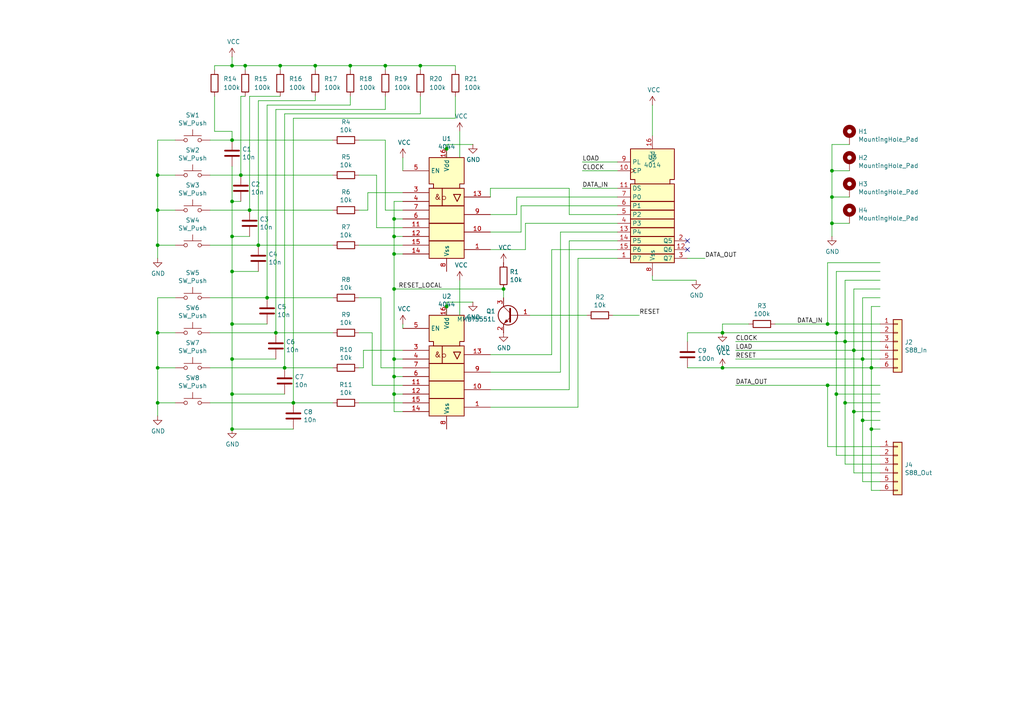
<source format=kicad_sch>
(kicad_sch (version 20250114) (generator "eeschema") (generator_version "9.0")
  (paper "A4")
  (lib_symbols
    (symbol "4xxx_IEEE:4014"
      (property "Reference" "U" (at 7.62 11.43 0))
      (property "Value" "4014" (at 7.62 -17.78 0))
      (symbol "4014_0_1"
        (rectangle (start -6.35 6.35) (end 6.35 1.27) (stroke (width 0.254)) (fill (type background)))
        (rectangle (start -6.35 1.27) (end 6.35 -1.27) (stroke (width 0.254)) (fill (type background)))
        (rectangle (start -6.35 -1.27) (end 6.35 -3.81) (stroke (width 0.254)) (fill (type background)))
        (rectangle (start -6.35 -3.81) (end 6.35 -6.35) (stroke (width 0.254)) (fill (type background)))
        (rectangle (start -6.35 -6.35) (end 6.35 -8.89) (stroke (width 0.254)) (fill (type background)))
        (rectangle (start -6.35 -8.89) (end 6.35 -11.43) (stroke (width 0.254)) (fill (type background)))
        (rectangle (start -6.35 -11.43) (end 6.35 -13.97) (stroke (width 0.254)) (fill (type background)))
        (rectangle (start -6.35 -13.97) (end 6.35 -16.51) (stroke (width 0.254)) (fill (type background)))
        (polyline (pts (xy -5.08 6.35) (xy -5.08 7.62) (xy -6.35 7.62) (xy -6.35 16.51) (xy 6.35 16.51) (xy 6.35 7.62) (xy 5.08 7.62) (xy 5.08 6.35) (xy 5.08 6.35)) (stroke (width 0.254)) (fill (type background)))
      )
      (symbol "4014_1_1"
        (pin input line (at -10.16 12.7 0) (length 3.81) (name "PL") (number "9"))
        (pin input clock (at -10.16 10.16 0) (length 3.81) (name "CP") (number "10"))
        (pin input line (at -10.16 5.08 0) (length 3.81) (name "DS") (number "11"))
        (pin input line (at -10.16 2.54 0) (length 3.81) (name "P0") (number "7"))
        (pin input line (at -10.16 0 0) (length 3.81) (name "P1") (number "6"))
        (pin input line (at -10.16 -2.54 0) (length 3.81) (name "P2") (number "5"))
        (pin input line (at -10.16 -5.08 0) (length 3.81) (name "P3") (number "4"))
        (pin input line (at -10.16 -7.62 0) (length 3.81) (name "P4") (number "13"))
        (pin input line (at -10.16 -10.16 0) (length 3.81) (name "P5") (number "14"))
        (pin input line (at -10.16 -12.7 0) (length 3.81) (name "P6") (number "15"))
        (pin input line (at -10.16 -15.24 0) (length 3.81) (name "P7") (number "1"))
        (pin power_in line (at 0 20.32 270) (length 3.81) (name "Vdd") (number "16"))
        (pin power_in line (at 0 -20.32 90) (length 3.81) (name "Vss") (number "8"))
        (pin output line (at 10.16 -10.16 180) (length 3.81) (name "Q5") (number "2"))
        (pin output line (at 10.16 -12.7 180) (length 3.81) (name "Q6") (number "12"))
        (pin output line (at 10.16 -15.24 180) (length 3.81) (name "Q7") (number "3"))
      )
    )
    (symbol "4xxx_IEEE:4044"
      (property "Reference" "U" (at 6.35 6.35 0))
      (property "Value" "4044" (at 7.62 -20.32 0))
      (symbol "4044_0_0"
        (rectangle (start -5.08 1.27) (end 5.08 -3.81) (stroke (width 0.254)) (fill (type background)))
        (rectangle (start -5.08 -3.81) (end 5.08 -8.89) (stroke (width 0.254)) (fill (type background)))
        (rectangle (start -5.08 -8.89) (end 5.08 -13.97) (stroke (width 0.254)) (fill (type background)))
        (rectangle (start -5.08 -13.97) (end 5.08 -19.05) (stroke (width 0.254)) (fill (type background)))
        (polyline (pts (xy -3.81 1.27) (xy -3.81 2.54) (xy -5.08 2.54) (xy -5.08 10.16) (xy 5.08 10.16) (xy 5.08 2.54) (xy 3.81 2.54) (xy 3.81 1.27) (xy 3.81 1.27)) (stroke (width 0.254)) (fill (type background)))
        (polyline (pts (xy -1.27 1.27) (xy -1.27 -3.81) (xy -1.27 -3.81)) (stroke (width 0.254)) (fill (type background)))
        (circle (center -0.762 -1.524) (radius 0.508))
        (polyline (pts (xy 2.032 -0.508) (xy 3.048 -2.54) (xy 4.064 -0.508) (xy 2.032 -0.508) (xy 2.032 -0.508)) (stroke (width 0.254)) (fill (type background)))
        (text "&" (at -2.54 -1.27 0) (effects (font (size 1.524 1.524))))
      )
      (symbol "4044_1_0"
        (pin input line (at -12.7 6.35 0) (length 7.62) (name "EN") (number "5"))
        (pin input line (at -12.7 0 0) (length 7.62) (name "~") (number "3"))
        (pin input line (at -12.7 -2.54 0) (length 7.62) (name "~") (number "4"))
        (pin input line (at -12.7 -5.08 0) (length 7.62) (name "~") (number "7"))
        (pin input line (at -12.7 -7.62 0) (length 7.62) (name "~") (number "6"))
        (pin input line (at -12.7 -10.16 0) (length 7.62) (name "~") (number "11"))
        (pin input line (at -12.7 -12.7 0) (length 7.62) (name "~") (number "12"))
        (pin input line (at -12.7 -15.24 0) (length 7.62) (name "~") (number "15"))
        (pin input line (at -12.7 -17.78 0) (length 7.62) (name "~") (number "14"))
        (pin power_in line (at 0 12.7 270) (length 2.54) (name "Vdd") (number "16"))
        (pin power_in line (at 0 -22.86 90) (length 3.81) (name "Vss") (number "8"))
        (pin output line (at 12.7 -1.27 180) (length 7.62) (name "~") (number "13"))
        (pin output line (at 12.7 -6.35 180) (length 7.62) (name "~") (number "9"))
        (pin output line (at 12.7 -11.43 180) (length 7.62) (name "~") (number "10"))
        (pin output line (at 12.7 -16.51 180) (length 7.62) (name "~") (number "1"))
      )
    )
    (symbol "Connector_Generic:Conn_01x06" (pin_names (offset 1.016) (hide yes))
      (property "Reference" "J" (at 0 7.62 0))
      (property "Value" "Conn_01x06" (at 0 -10.16 0))
      (symbol "Conn_01x06_1_1"
        (rectangle (start -1.27 6.35) (end 1.27 -8.89) (stroke (width 0.254)) (fill (type background)))
        (rectangle (start -1.27 5.207) (end 0 4.953) (stroke (width 0.1524)))
        (rectangle (start -1.27 2.667) (end 0 2.413) (stroke (width 0.1524)))
        (rectangle (start -1.27 0.127) (end 0 -0.127) (stroke (width 0.1524)))
        (rectangle (start -1.27 -2.413) (end 0 -2.667) (stroke (width 0.1524)))
        (rectangle (start -1.27 -4.953) (end 0 -5.207) (stroke (width 0.1524)))
        (rectangle (start -1.27 -7.493) (end 0 -7.747) (stroke (width 0.1524)))
        (pin passive line (at -5.08 5.08 0) (length 3.81) (name "Pin_1") (number "1"))
        (pin passive line (at -5.08 2.54 0) (length 3.81) (name "Pin_2") (number "2"))
        (pin passive line (at -5.08 0 0) (length 3.81) (name "Pin_3") (number "3"))
        (pin passive line (at -5.08 -2.54 0) (length 3.81) (name "Pin_4") (number "4"))
        (pin passive line (at -5.08 -5.08 0) (length 3.81) (name "Pin_5") (number "5"))
        (pin passive line (at -5.08 -7.62 0) (length 3.81) (name "Pin_6") (number "6"))
      )
    )
    (symbol "Device:C" (pin_numbers (hide yes)) (pin_names (offset 0.254))
      (property "Reference" "C" (at 0.635 2.54 0))
      (property "Value" "C" (at 0.635 -2.54 0))
      (symbol "C_0_1"
        (polyline (pts (xy -2.032 0.762) (xy 2.032 0.762)) (stroke (width 0.508)))
        (polyline (pts (xy -2.032 -0.762) (xy 2.032 -0.762)) (stroke (width 0.508)))
      )
      (symbol "C_1_1"
        (pin passive line (at 0 3.81 270) (length 2.794) (name "~") (number "1"))
        (pin passive line (at 0 -3.81 90) (length 2.794) (name "~") (number "2"))
      )
    )
    (symbol "Device:R" (pin_numbers (hide yes)) (pin_names (offset 0))
      (property "Reference" "R" (at 2.032 0 90))
      (property "Value" "R" (at 0 0 90))
      (symbol "R_0_1"
        (rectangle (start -1.016 -2.54) (end 1.016 2.54) (stroke (width 0.254)))
      )
      (symbol "R_1_1"
        (pin passive line (at 0 3.81 270) (length 1.27) (name "~") (number "1"))
        (pin passive line (at 0 -3.81 90) (length 1.27) (name "~") (number "2"))
      )
    )
    (symbol "Mechanical:MountingHole_Pad" (pin_numbers (hide yes)) (pin_names (offset 1.016) (hide yes)) (in_bom no)
      (property "Reference" "H" (at 0 6.35 0))
      (property "Value" "MountingHole_Pad" (at 0 4.445 0))
      (symbol "MountingHole_Pad_0_1"
        (circle (center 0 1.27) (radius 1.27) (stroke (width 1.27)))
      )
      (symbol "MountingHole_Pad_1_1"
        (pin input line (at 0 -2.54 90) (length 2.54) (name "1") (number "1"))
      )
    )
    (symbol "Switch:SW_Push" (pin_numbers (hide yes)) (pin_names (offset 1.016) (hide yes))
      (property "Reference" "SW" (at 1.27 2.54 0))
      (property "Value" "SW_Push" (at 0 -1.524 0))
      (symbol "SW_Push_0_1"
        (circle (center -2.032 0) (radius 0.508))
        (polyline (pts (xy 0 1.27) (xy 0 3.048)))
        (circle (center 2.032 0) (radius 0.508))
        (polyline (pts (xy 2.54 1.27) (xy -2.54 1.27)))
        (pin passive line (at -5.08 0 0) (length 2.54) (name "1") (number "1"))
        (pin passive line (at 5.08 0 180) (length 2.54) (name "2") (number "2"))
      )
    )
    (symbol "Transistor_BJT:MMBT5551L" (pin_names (offset 0) (hide yes))
      (property "Reference" "Q" (at 5.08 1.905 0))
      (property "Value" "MMBT5551L" (at 5.08 0 0))
      (symbol "MMBT5551L_0_1"
        (polyline (pts (xy -2.54 0) (xy 0.635 0)))
        (polyline (pts (xy 0.635 1.905) (xy 0.635 -1.905)) (stroke (width 0.508)))
        (circle (center 1.27 0) (radius 2.8194) (stroke (width 0.254)))
      )
      (symbol "MMBT5551L_1_1"
        (polyline (pts (xy 0.635 0.635) (xy 2.54 2.54)))
        (polyline (pts (xy 0.635 -0.635) (xy 2.54 -2.54)))
        (polyline (pts (xy 1.27 -1.778) (xy 1.778 -1.27) (xy 2.286 -2.286) (xy 1.27 -1.778)) (fill (type outline)))
        (pin input line (at -5.08 0 0) (length 2.54) (name "B") (number "1"))
        (pin passive line (at 2.54 5.08 270) (length 2.54) (name "C") (number "3"))
        (pin passive line (at 2.54 -5.08 90) (length 2.54) (name "E") (number "2"))
      )
    )
    (symbol "power:GND" (power) (pin_numbers (hide yes)) (pin_names (offset 0) (hide yes))
      (property "Value" "GND" (at 0 -3.81 0))
      (symbol "GND_0_1"
        (polyline (pts (xy 0 0) (xy 0 -1.27) (xy 1.27 -1.27) (xy 0 -2.54) (xy -1.27 -1.27) (xy 0 -1.27)))
      )
      (symbol "GND_1_1"
        (pin power_in line (at 0 0 270) (length 0) (name "~") (number "1"))
      )
    )
    (symbol "power:VCC" (power) (pin_numbers (hide yes)) (pin_names (offset 0) (hide yes))
      (property "Value" "VCC" (at 0 3.556 0))
      (symbol "VCC_0_1"
        (polyline (pts (xy -0.762 1.27) (xy 0 2.54)))
        (polyline (pts (xy 0 2.54) (xy 0.762 1.27)))
        (polyline (pts (xy 0 0) (xy 0 2.54)))
      )
      (symbol "VCC_1_1"
        (pin power_in line (at 0 0 90) (length 0) (name "~") (number "1"))
      )
    )
  )
  (junction (at 111.76 19.05))
  (junction (at 67.31 114.3))
  (junction (at 209.55 96.52))
  (junction (at 240.03 111.76))
  (junction (at 129.54 88.9))
  (junction (at 114.3 114.3))
  (junction (at 114.3 68.58))
  (junction (at 245.11 116.84))
  (junction (at 250.19 121.92))
  (junction (at 77.47 86.36))
  (junction (at 45.72 106.68))
  (junction (at 101.6 19.05))
  (junction (at 114.3 83.82))
  (junction (at 67.31 19.05))
  (junction (at 67.31 78.74))
  (junction (at 209.55 106.68))
  (junction (at 252.73 106.68))
  (junction (at 252.73 124.46))
  (junction (at 85.09 116.84))
  (junction (at 247.65 101.6))
  (junction (at 45.72 71.12))
  (junction (at 91.44 19.05))
  (junction (at 69.85 50.8))
  (junction (at 45.72 60.96))
  (junction (at 241.3 64.77))
  (junction (at 114.3 109.22))
  (junction (at 67.31 104.14))
  (junction (at 45.72 116.84))
  (junction (at 74.93 71.12))
  (junction (at 45.72 96.52))
  (junction (at 45.72 50.8))
  (junction (at 129.54 43.18))
  (junction (at 241.3 57.15))
  (junction (at 67.31 93.98))
  (junction (at 241.3 49.53))
  (junction (at 80.01 96.52))
  (junction (at 242.57 96.52))
  (junction (at 146.05 83.82))
  (junction (at 81.28 19.05))
  (junction (at 67.31 58.42))
  (junction (at 67.31 124.46))
  (junction (at 72.39 60.96))
  (junction (at 114.3 63.5))
  (junction (at 121.92 19.05))
  (junction (at 71.12 19.05))
  (junction (at 114.3 104.14))
  (junction (at 240.03 93.98))
  (junction (at 82.55 106.68))
  (junction (at 242.57 114.3))
  (junction (at 245.11 99.06))
  (junction (at 67.31 40.64))
  (junction (at 67.31 68.58))
  (junction (at 250.19 104.14))
  (junction (at 247.65 119.38))
  (junction (at 114.3 73.66))
  (no_connect (at 199.39 69.85))
  (no_connect (at 199.39 72.39))
  (wire (pts (xy 142.24 72.39) (xy 152.4 72.39)))
  (wire (pts (xy 240.03 76.2) (xy 240.03 93.98)))
  (wire (pts (xy 252.73 124.46) (xy 252.73 106.68)))
  (wire (pts (xy 45.72 96.52) (xy 45.72 86.36)))
  (wire (pts (xy 255.27 101.6) (xy 247.65 101.6)))
  (wire (pts (xy 255.27 99.06) (xy 245.11 99.06)))
  (wire (pts (xy 151.13 59.69) (xy 151.13 67.31)))
  (wire (pts (xy 133.35 91.44) (xy 133.35 81.28)))
  (wire (pts (xy 67.31 93.98) (xy 67.31 104.14)))
  (wire (pts (xy 67.31 19.05) (xy 67.31 16.51)))
  (wire (pts (xy 129.54 43.18) (xy 129.54 45.72)))
  (wire (pts (xy 142.24 118.11) (xy 167.64 118.11)))
  (wire (pts (xy 45.72 86.36) (xy 50.8 86.36)))
  (wire (pts (xy 114.3 104.14) (xy 114.3 109.22)))
  (wire (pts (xy 81.28 19.05) (xy 81.28 20.32)))
  (wire (pts (xy 114.3 114.3) (xy 114.3 119.38)))
  (wire (pts (xy 101.6 30.48) (xy 101.6 27.94)))
  (wire (pts (xy 96.52 50.8) (xy 69.85 50.8)))
  (wire (pts (xy 116.84 95.25) (xy 116.84 93.98)))
  (wire (pts (xy 69.85 27.94) (xy 69.85 50.8)))
  (wire (pts (xy 177.8 91.44) (xy 185.42 91.44)))
  (wire (pts (xy 109.22 50.8) (xy 104.14 50.8)))
  (wire (pts (xy 189.23 81.28) (xy 189.23 80.01)))
  (wire (pts (xy 165.1 113.03) (xy 165.1 69.85)))
  (wire (pts (xy 250.19 139.7) (xy 250.19 121.92)))
  (wire (pts (xy 105.41 106.68) (xy 104.14 106.68)))
  (wire (pts (xy 45.72 60.96) (xy 50.8 60.96)))
  (wire (pts (xy 62.23 19.05) (xy 67.31 19.05)))
  (wire (pts (xy 67.31 48.26) (xy 67.31 58.42)))
  (wire (pts (xy 167.64 74.93) (xy 179.07 74.93)))
  (wire (pts (xy 116.84 109.22) (xy 114.3 109.22)))
  (wire (pts (xy 255.27 121.92) (xy 250.19 121.92)))
  (wire (pts (xy 91.44 19.05) (xy 101.6 19.05)))
  (wire (pts (xy 255.27 83.82) (xy 247.65 83.82)))
  (wire (pts (xy 116.84 68.58) (xy 114.3 68.58)))
  (wire (pts (xy 149.86 57.15) (xy 149.86 62.23)))
  (wire (pts (xy 199.39 96.52) (xy 209.55 96.52)))
  (wire (pts (xy 69.85 27.94) (xy 71.12 27.94)))
  (wire (pts (xy 45.72 50.8) (xy 45.72 40.64)))
  (wire (pts (xy 62.23 38.1) (xy 62.23 27.94)))
  (wire (pts (xy 179.07 49.53) (xy 168.91 49.53)))
  (wire (pts (xy 250.19 121.92) (xy 250.19 104.14)))
  (wire (pts (xy 80.01 31.75) (xy 80.01 96.52)))
  (wire (pts (xy 72.39 27.94) (xy 72.39 60.96)))
  (wire (pts (xy 252.73 142.24) (xy 252.73 124.46)))
  (wire (pts (xy 101.6 19.05) (xy 101.6 20.32)))
  (wire (pts (xy 74.93 71.12) (xy 96.52 71.12)))
  (wire (pts (xy 247.65 83.82) (xy 247.65 101.6)))
  (wire (pts (xy 255.27 129.54) (xy 240.03 129.54)))
  (wire (pts (xy 142.24 107.95) (xy 162.56 107.95)))
  (wire (pts (xy 67.31 19.05) (xy 71.12 19.05)))
  (wire (pts (xy 151.13 59.69) (xy 179.07 59.69)))
  (wire (pts (xy 67.31 38.1) (xy 67.31 40.64)))
  (wire (pts (xy 60.96 116.84) (xy 85.09 116.84)))
  (wire (pts (xy 142.24 57.15) (xy 142.24 54.61)))
  (wire (pts (xy 45.72 96.52) (xy 50.8 96.52)))
  (wire (pts (xy 255.27 139.7) (xy 250.19 139.7)))
  (wire (pts (xy 255.27 134.62) (xy 245.11 134.62)))
  (wire (pts (xy 116.84 63.5) (xy 114.3 63.5)))
  (wire (pts (xy 60.96 96.52) (xy 80.01 96.52)))
  (wire (pts (xy 91.44 29.21) (xy 91.44 27.94)))
  (wire (pts (xy 80.01 31.75) (xy 111.76 31.75)))
  (wire (pts (xy 109.22 50.8) (xy 109.22 66.04)))
  (wire (pts (xy 137.16 41.91) (xy 129.54 41.91)))
  (wire (pts (xy 129.54 87.63) (xy 137.16 87.63)))
  (wire (pts (xy 104.14 86.36) (xy 110.49 86.36)))
  (wire (pts (xy 114.3 58.42) (xy 114.3 63.5)))
  (wire (pts (xy 67.31 40.64) (xy 96.52 40.64)))
  (wire (pts (xy 142.24 113.03) (xy 165.1 113.03)))
  (wire (pts (xy 142.24 62.23) (xy 149.86 62.23)))
  (wire (pts (xy 133.35 45.72) (xy 133.35 38.1)))
  (wire (pts (xy 165.1 62.23) (xy 179.07 62.23)))
  (wire (pts (xy 245.11 134.62) (xy 245.11 116.84)))
  (wire (pts (xy 72.39 68.58) (xy 67.31 68.58)))
  (wire (pts (xy 67.31 78.74) (xy 67.31 93.98)))
  (wire (pts (xy 146.05 83.82) (xy 114.3 83.82)))
  (wire (pts (xy 245.11 81.28) (xy 245.11 99.06)))
  (wire (pts (xy 77.47 86.36) (xy 96.52 86.36)))
  (wire (pts (xy 81.28 19.05) (xy 91.44 19.05)))
  (wire (pts (xy 246.38 49.53) (xy 241.3 49.53)))
  (wire (pts (xy 67.31 68.58) (xy 67.31 78.74)))
  (wire (pts (xy 165.1 54.61) (xy 165.1 62.23)))
  (wire (pts (xy 132.08 34.29) (xy 132.08 27.94)))
  (wire (pts (xy 105.41 106.68) (xy 105.41 101.6)))
  (wire (pts (xy 62.23 20.32) (xy 62.23 19.05)))
  (wire (pts (xy 67.31 58.42) (xy 67.31 68.58)))
  (wire (pts (xy 153.67 91.44) (xy 170.18 91.44)))
  (wire (pts (xy 199.39 74.93) (xy 204.47 74.93)))
  (wire (pts (xy 60.96 60.96) (xy 72.39 60.96)))
  (wire (pts (xy 255.27 119.38) (xy 247.65 119.38)))
  (wire (pts (xy 111.76 60.96) (xy 116.84 60.96)))
  (wire (pts (xy 209.55 96.52) (xy 242.57 96.52)))
  (wire (pts (xy 255.27 76.2) (xy 240.03 76.2)))
  (wire (pts (xy 45.72 71.12) (xy 50.8 71.12)))
  (wire (pts (xy 116.84 104.14) (xy 114.3 104.14)))
  (wire (pts (xy 129.54 88.9) (xy 129.54 87.63)))
  (wire (pts (xy 69.85 58.42) (xy 67.31 58.42)))
  (wire (pts (xy 67.31 104.14) (xy 67.31 114.3)))
  (wire (pts (xy 74.93 29.21) (xy 74.93 71.12)))
  (wire (pts (xy 255.27 81.28) (xy 245.11 81.28)))
  (wire (pts (xy 246.38 57.15) (xy 241.3 57.15)))
  (wire (pts (xy 245.11 99.06) (xy 213.36 99.06)))
  (wire (pts (xy 242.57 132.08) (xy 242.57 114.3)))
  (wire (pts (xy 60.96 71.12) (xy 74.93 71.12)))
  (wire (pts (xy 129.54 41.91) (xy 129.54 43.18)))
  (wire (pts (xy 240.03 129.54) (xy 240.03 111.76)))
  (wire (pts (xy 241.3 57.15) (xy 241.3 49.53)))
  (wire (pts (xy 247.65 137.16) (xy 247.65 119.38)))
  (wire (pts (xy 111.76 19.05) (xy 111.76 20.32)))
  (wire (pts (xy 152.4 72.39) (xy 152.4 64.77)))
  (wire (pts (xy 72.39 27.94) (xy 81.28 27.94)))
  (wire (pts (xy 111.76 19.05) (xy 121.92 19.05)))
  (wire (pts (xy 189.23 39.37) (xy 189.23 30.48)))
  (wire (pts (xy 255.27 114.3) (xy 242.57 114.3)))
  (wire (pts (xy 255.27 93.98) (xy 240.03 93.98)))
  (wire (pts (xy 142.24 102.87) (xy 160.02 102.87)))
  (wire (pts (xy 241.3 41.91) (xy 246.38 41.91)))
  (wire (pts (xy 142.24 67.31) (xy 151.13 67.31)))
  (wire (pts (xy 45.72 116.84) (xy 50.8 116.84)))
  (wire (pts (xy 160.02 72.39) (xy 179.07 72.39)))
  (wire (pts (xy 241.3 49.53) (xy 241.3 41.91)))
  (wire (pts (xy 77.47 30.48) (xy 101.6 30.48)))
  (wire (pts (xy 114.3 73.66) (xy 114.3 83.82)))
  (wire (pts (xy 111.76 31.75) (xy 111.76 27.94)))
  (wire (pts (xy 109.22 66.04) (xy 116.84 66.04)))
  (wire (pts (xy 111.76 40.64) (xy 111.76 60.96)))
  (wire (pts (xy 72.39 60.96) (xy 96.52 60.96)))
  (wire (pts (xy 91.44 19.05) (xy 91.44 20.32)))
  (wire (pts (xy 116.84 45.72) (xy 116.84 49.53)))
  (wire (pts (xy 105.41 101.6) (xy 116.84 101.6)))
  (wire (pts (xy 250.19 104.14) (xy 213.36 104.14)))
  (wire (pts (xy 85.09 116.84) (xy 85.09 34.29)))
  (wire (pts (xy 71.12 19.05) (xy 71.12 20.32)))
  (wire (pts (xy 80.01 104.14) (xy 67.31 104.14)))
  (wire (pts (xy 82.55 33.02) (xy 121.92 33.02)))
  (wire (pts (xy 252.73 88.9) (xy 252.73 106.68)))
  (wire (pts (xy 107.95 111.76) (xy 116.84 111.76)))
  (wire (pts (xy 255.27 124.46) (xy 252.73 124.46)))
  (wire (pts (xy 255.27 106.68) (xy 252.73 106.68)))
  (wire (pts (xy 116.84 71.12) (xy 104.14 71.12)))
  (wire (pts (xy 132.08 19.05) (xy 132.08 20.32)))
  (wire (pts (xy 162.56 107.95) (xy 162.56 67.31)))
  (wire (pts (xy 80.01 96.52) (xy 96.52 96.52)))
  (wire (pts (xy 45.72 50.8) (xy 50.8 50.8)))
  (wire (pts (xy 114.3 83.82) (xy 114.3 104.14)))
  (wire (pts (xy 209.55 93.98) (xy 209.55 96.52)))
  (wire (pts (xy 165.1 69.85) (xy 179.07 69.85)))
  (wire (pts (xy 60.96 40.64) (xy 67.31 40.64)))
  (wire (pts (xy 107.95 96.52) (xy 107.95 111.76)))
  (wire (pts (xy 106.68 60.96) (xy 106.68 55.88)))
  (wire (pts (xy 152.4 64.77) (xy 179.07 64.77)))
  (wire (pts (xy 146.05 86.36) (xy 146.05 83.82)))
  (wire (pts (xy 255.27 88.9) (xy 252.73 88.9)))
  (wire (pts (xy 77.47 30.48) (xy 77.47 86.36)))
  (wire (pts (xy 129.54 91.44) (xy 129.54 88.9)))
  (wire (pts (xy 255.27 104.14) (xy 250.19 104.14)))
  (wire (pts (xy 199.39 106.68) (xy 209.55 106.68)))
  (wire (pts (xy 245.11 116.84) (xy 245.11 99.06)))
  (wire (pts (xy 77.47 93.98) (xy 67.31 93.98)))
  (wire (pts (xy 110.49 86.36) (xy 110.49 106.68)))
  (wire (pts (xy 241.3 64.77) (xy 241.3 57.15)))
  (wire (pts (xy 246.38 64.77) (xy 241.3 64.77)))
  (wire (pts (xy 101.6 19.05) (xy 111.76 19.05)))
  (wire (pts (xy 217.17 93.98) (xy 209.55 93.98)))
  (wire (pts (xy 121.92 19.05) (xy 121.92 20.32)))
  (wire (pts (xy 45.72 40.64) (xy 50.8 40.64)))
  (wire (pts (xy 116.84 58.42) (xy 114.3 58.42)))
  (wire (pts (xy 149.86 57.15) (xy 179.07 57.15)))
  (wire (pts (xy 85.09 34.29) (xy 132.08 34.29)))
  (wire (pts (xy 85.09 116.84) (xy 96.52 116.84)))
  (wire (pts (xy 162.56 67.31) (xy 179.07 67.31)))
  (wire (pts (xy 242.57 78.74) (xy 242.57 96.52)))
  (wire (pts (xy 67.31 38.1) (xy 62.23 38.1)))
  (wire (pts (xy 116.84 114.3) (xy 114.3 114.3)))
  (wire (pts (xy 114.3 68.58) (xy 114.3 73.66)))
  (wire (pts (xy 82.55 114.3) (xy 67.31 114.3)))
  (wire (pts (xy 110.49 106.68) (xy 116.84 106.68)))
  (wire (pts (xy 142.24 54.61) (xy 165.1 54.61)))
  (wire (pts (xy 116.84 73.66) (xy 114.3 73.66)))
  (wire (pts (xy 255.27 132.08) (xy 242.57 132.08)))
  (wire (pts (xy 255.27 78.74) (xy 242.57 78.74)))
  (wire (pts (xy 74.93 29.21) (xy 91.44 29.21)))
  (wire (pts (xy 60.96 50.8) (xy 69.85 50.8)))
  (wire (pts (xy 255.27 142.24) (xy 252.73 142.24)))
  (wire (pts (xy 71.12 19.05) (xy 81.28 19.05)))
  (wire (pts (xy 121.92 33.02) (xy 121.92 27.94)))
  (wire (pts (xy 106.68 55.88) (xy 116.84 55.88)))
  (wire (pts (xy 114.3 63.5) (xy 114.3 68.58)))
  (wire (pts (xy 209.55 106.68) (xy 252.73 106.68)))
  (wire (pts (xy 255.27 116.84) (xy 245.11 116.84)))
  (wire (pts (xy 179.07 46.99) (xy 168.91 46.99)))
  (wire (pts (xy 255.27 137.16) (xy 247.65 137.16)))
  (wire (pts (xy 60.96 106.68) (xy 82.55 106.68)))
  (wire (pts (xy 45.72 106.68) (xy 50.8 106.68)))
  (wire (pts (xy 167.64 118.11) (xy 167.64 74.93)))
  (wire (pts (xy 45.72 74.93) (xy 45.72 71.12)))
  (wire (pts (xy 74.93 78.74) (xy 67.31 78.74)))
  (wire (pts (xy 250.19 86.36) (xy 250.19 104.14)))
  (wire (pts (xy 45.72 71.12) (xy 45.72 60.96)))
  (wire (pts (xy 106.68 60.96) (xy 104.14 60.96)))
  (wire (pts (xy 60.96 86.36) (xy 77.47 86.36)))
  (wire (pts (xy 45.72 120.65) (xy 45.72 116.84)))
  (wire (pts (xy 255.27 86.36) (xy 250.19 86.36)))
  (wire (pts (xy 179.07 54.61) (xy 168.91 54.61)))
  (wire (pts (xy 104.14 40.64) (xy 111.76 40.64)))
  (wire (pts (xy 114.3 109.22) (xy 114.3 114.3)))
  (wire (pts (xy 240.03 111.76) (xy 213.36 111.76)))
  (wire (pts (xy 67.31 124.46) (xy 85.09 124.46)))
  (wire (pts (xy 121.92 19.05) (xy 132.08 19.05)))
  (wire (pts (xy 247.65 119.38) (xy 247.65 101.6)))
  (wire (pts (xy 45.72 116.84) (xy 45.72 106.68)))
  (wire (pts (xy 247.65 101.6) (xy 213.36 101.6)))
  (wire (pts (xy 116.84 119.38) (xy 114.3 119.38)))
  (wire (pts (xy 255.27 111.76) (xy 240.03 111.76)))
  (wire (pts (xy 107.95 96.52) (xy 104.14 96.52)))
  (wire (pts (xy 82.55 106.68) (xy 82.55 33.02)))
  (wire (pts (xy 45.72 106.68) (xy 45.72 96.52)))
  (wire (pts (xy 240.03 93.98) (xy 224.79 93.98)))
  (wire (pts (xy 82.55 106.68) (xy 96.52 106.68)))
  (wire (pts (xy 160.02 102.87) (xy 160.02 72.39)))
  (wire (pts (xy 189.23 81.28) (xy 201.93 81.28)))
  (wire (pts (xy 255.27 96.52) (xy 242.57 96.52)))
  (wire (pts (xy 67.31 114.3) (xy 67.31 124.46)))
  (wire (pts (xy 242.57 114.3) (xy 242.57 96.52)))
  (wire (pts (xy 241.3 68.58) (xy 241.3 64.77)))
  (wire (pts (xy 199.39 99.06) (xy 199.39 96.52)))
  (wire (pts (xy 45.72 60.96) (xy 45.72 50.8)))
  (wire (pts (xy 104.14 116.84) (xy 116.84 116.84)))
  (label "DATA_IN" (at 168.91 54.61 0))
  (label "RESET_LOCAL" (at 115.57 83.82 0))
  (label "CLOCK" (at 213.36 99.06 0))
  (label "CLOCK" (at 168.91 49.53 0))
  (label "DATA_OUT" (at 213.36 111.76 0))
  (label "LOAD" (at 168.91 46.99 0))
  (label "DATA_OUT" (at 204.47 74.93 0))
  (label "RESET" (at 213.36 104.14 0))
  (label "LOAD" (at 213.36 101.6 0))
  (label "RESET" (at 185.42 91.44 0))
  (label "DATA_IN" (at 231.14 93.98 0))
  (symbol (lib_id "4xxx_IEEE:4044") (at 129.54 55.88 0) (unit 1)
    (property "Reference" "U1" (at 129.54 40.2336 0))
    (property "Value" "4044" (at 129.54 42.545 0))
    (property "Footprint" "Package_SO:TSSOP-16_4.4x5mm_P0.65mm" (effects (hide yes)))
  )
  (symbol (lib_id "4xxx_IEEE:4014") (at 189.23 59.69 0) (unit 1)
    (property "Reference" "U3" (at 189.23 45.5676 0))
    (property "Value" "4014" (at 189.23 47.879 0))
    (property "Footprint" "Package_SO:TSSOP-16_4.4x5mm_P0.65mm" (effects (hide yes)))
  )
  (symbol (lib_id "Mechanical:MountingHole_Pad") (at 246.38 39.37 0) (unit 1)
    (property "Reference" "H1" (at 248.92 38.1254 0) (effects (justify left)))
    (property "Value" "MountingHole_Pad" (at 248.92 40.4368 0) (effects (justify left)))
    (property "Footprint" "MountingHole:MountingHole_2.2mm_M2_Pad_Via" (effects (hide yes)))
  )
  (symbol (lib_id "Mechanical:MountingHole_Pad") (at 246.38 46.99 0) (unit 1)
    (property "Reference" "H2" (at 248.92 45.7454 0) (effects (justify left)))
    (property "Value" "MountingHole_Pad" (at 248.92 48.0568 0) (effects (justify left)))
    (property "Footprint" "MountingHole:MountingHole_2.2mm_M2_Pad_Via" (effects (hide yes)))
  )
  (symbol (lib_id "Mechanical:MountingHole_Pad") (at 246.38 54.61 0) (unit 1)
    (property "Reference" "H3" (at 248.92 53.3654 0) (effects (justify left)))
    (property "Value" "MountingHole_Pad" (at 248.92 55.6768 0) (effects (justify left)))
    (property "Footprint" "MountingHole:MountingHole_2.2mm_M2_Pad_Via" (effects (hide yes)))
  )
  (symbol (lib_id "Mechanical:MountingHole_Pad") (at 246.38 62.23 0) (unit 1)
    (property "Reference" "H4" (at 248.92 60.9854 0) (effects (justify left)))
    (property "Value" "MountingHole_Pad" (at 248.92 63.2968 0) (effects (justify left)))
    (property "Footprint" "MountingHole:MountingHole_2.2mm_M2_Pad_Via" (effects (hide yes)))
  )
  (symbol (lib_id "power:GND") (at 241.3 68.58 0) (unit 1)
    (property "Reference" "#PWR09" (effects (hide yes)))
    (property "Value" "GND" (at 241.427 72.9742 0))
  )
  (symbol (lib_id "Connector_Generic:Conn_01x06") (at 260.35 99.06 0) (unit 1)
    (property "Reference" "J2" (at 262.382 99.2632 0) (effects (justify left)))
    (property "Value" "S88_In" (at 262.382 101.5746 0) (effects (justify left)))
    (property "Footprint" "Connector_PinSocket_2.54mm:PinSocket_1x06_P2.54mm_Horizontal" (effects (hide yes)))
  )
  (symbol (lib_id "Connector_Generic:Conn_01x06") (at 260.35 134.62 0) (unit 1)
    (property "Reference" "J4" (at 262.382 134.8232 0) (effects (justify left)))
    (property "Value" "S88_Out" (at 262.382 137.1346 0) (effects (justify left)))
    (property "Footprint" "Connector_PinHeader_2.54mm:PinHeader_1x06_P2.54mm_Horizontal" (effects (hide yes)))
  )
  (symbol (lib_id "power:VCC") (at 209.55 106.68 0) (unit 1)
    (property "Reference" "#PWR08" (effects (hide yes)))
    (property "Value" "VCC" (at 209.9818 102.2858 0))
  )
  (symbol (lib_id "power:GND") (at 209.55 96.52 0) (unit 1)
    (property "Reference" "#PWR07" (effects (hide yes)))
    (property "Value" "GND" (at 209.677 100.9142 0))
  )
  (symbol (lib_id "Switch:SW_Push") (at 55.88 40.64 0) (unit 1)
    (property "Reference" "SW1" (at 55.88 33.401 0))
    (property "Value" "SW_Push" (at 55.88 35.7124 0))
    (property "Footprint" "Button_Switch_THT:SW_PUSH_6mm" (effects (hide yes)))
  )
  (symbol (lib_id "Switch:SW_Push") (at 55.88 50.8 0) (unit 1)
    (property "Reference" "SW2" (at 55.88 43.561 0))
    (property "Value" "SW_Push" (at 55.88 45.8724 0))
    (property "Footprint" "Button_Switch_THT:SW_PUSH_6mm" (effects (hide yes)))
  )
  (symbol (lib_id "Switch:SW_Push") (at 55.88 60.96 0) (unit 1)
    (property "Reference" "SW3" (at 55.88 53.721 0))
    (property "Value" "SW_Push" (at 55.88 56.0324 0))
    (property "Footprint" "Button_Switch_THT:SW_PUSH_6mm" (effects (hide yes)))
  )
  (symbol (lib_id "Switch:SW_Push") (at 55.88 71.12 0) (unit 1)
    (property "Reference" "SW4" (at 55.88 63.881 0))
    (property "Value" "SW_Push" (at 55.88 66.1924 0))
    (property "Footprint" "Button_Switch_THT:SW_PUSH_6mm" (effects (hide yes)))
  )
  (symbol (lib_id "power:GND") (at 45.72 74.93 0) (unit 1)
    (property "Reference" "#PWR01" (effects (hide yes)))
    (property "Value" "GND" (at 45.847 79.3242 0))
  )
  (symbol (lib_id "power:VCC") (at 116.84 45.72 0) (unit 1)
    (property "Reference" "#PWR05" (effects (hide yes)))
    (property "Value" "VCC" (at 117.2718 41.3258 0))
  )
  (symbol (lib_id "power:VCC") (at 67.31 16.51 0) (unit 1)
    (property "Reference" "#PWR03" (effects (hide yes)))
    (property "Value" "VCC" (at 67.7418 12.1158 0))
  )
  (symbol (lib_id "4xxx_IEEE:4044") (at 129.54 101.6 0) (unit 1)
    (property "Reference" "U2" (at 129.54 85.9536 0))
    (property "Value" "4044" (at 129.54 88.265 0))
    (property "Footprint" "Package_SO:TSSOP-16_4.4x5mm_P0.65mm" (effects (hide yes)))
  )
  (symbol (lib_id "Switch:SW_Push") (at 55.88 86.36 0) (unit 1)
    (property "Reference" "SW5" (at 55.88 79.121 0))
    (property "Value" "SW_Push" (at 55.88 81.4324 0))
    (property "Footprint" "Button_Switch_THT:SW_PUSH_6mm" (effects (hide yes)))
  )
  (symbol (lib_id "Switch:SW_Push") (at 55.88 96.52 0) (unit 1)
    (property "Reference" "SW6" (at 55.88 89.281 0))
    (property "Value" "SW_Push" (at 55.88 91.5924 0))
    (property "Footprint" "Button_Switch_THT:SW_PUSH_6mm" (effects (hide yes)))
  )
  (symbol (lib_id "Switch:SW_Push") (at 55.88 106.68 0) (unit 1)
    (property "Reference" "SW7" (at 55.88 99.441 0))
    (property "Value" "SW_Push" (at 55.88 101.7524 0))
    (property "Footprint" "Button_Switch_THT:SW_PUSH_6mm" (effects (hide yes)))
  )
  (symbol (lib_id "Switch:SW_Push") (at 55.88 116.84 0) (unit 1)
    (property "Reference" "SW8" (at 55.88 109.601 0))
    (property "Value" "SW_Push" (at 55.88 111.9124 0))
    (property "Footprint" "Button_Switch_THT:SW_PUSH_6mm" (effects (hide yes)))
  )
  (symbol (lib_id "power:GND") (at 45.72 120.65 0) (unit 1)
    (property "Reference" "#PWR02" (effects (hide yes)))
    (property "Value" "GND" (at 45.847 125.0442 0))
  )
  (symbol (lib_id "power:VCC") (at 116.84 93.98 0) (unit 1)
    (property "Reference" "#PWR06" (effects (hide yes)))
    (property "Value" "VCC" (at 117.2718 89.5858 0))
  )
  (symbol (lib_id "Device:C") (at 67.31 44.45 0) (unit 1)
    (property "Reference" "C1" (at 70.231 43.2816 0) (effects (justify left)))
    (property "Value" "10n" (at 70.231 45.593 0) (effects (justify left)))
    (property "Footprint" "Capacitor_SMD:C_1206_3216Metric" (effects (hide yes)))
  )
  (symbol (lib_id "Device:C") (at 69.85 54.61 0) (unit 1)
    (property "Reference" "C2" (at 72.771 53.4416 0) (effects (justify left)))
    (property "Value" "10n" (at 72.771 55.753 0) (effects (justify left)))
    (property "Footprint" "Capacitor_SMD:C_1206_3216Metric" (effects (hide yes)))
  )
  (symbol (lib_id "Device:C") (at 72.39 64.77 0) (unit 1)
    (property "Reference" "C3" (at 75.311 63.6016 0) (effects (justify left)))
    (property "Value" "10n" (at 75.311 65.913 0) (effects (justify left)))
    (property "Footprint" "Capacitor_SMD:C_1206_3216Metric" (effects (hide yes)))
  )
  (symbol (lib_id "Device:C") (at 74.93 74.93 0) (unit 1)
    (property "Reference" "C4" (at 77.851 73.7616 0) (effects (justify left)))
    (property "Value" "10n" (at 77.851 76.073 0) (effects (justify left)))
    (property "Footprint" "Capacitor_SMD:C_1206_3216Metric" (effects (hide yes)))
  )
  (symbol (lib_id "Device:C") (at 77.47 90.17 0) (unit 1)
    (property "Reference" "C5" (at 80.391 89.0016 0) (effects (justify left)))
    (property "Value" "10n" (at 80.391 91.313 0) (effects (justify left)))
    (property "Footprint" "Capacitor_SMD:C_1206_3216Metric" (effects (hide yes)))
  )
  (symbol (lib_id "Device:C") (at 80.01 100.33 0) (unit 1)
    (property "Reference" "C6" (at 82.931 99.1616 0) (effects (justify left)))
    (property "Value" "10n" (at 82.931 101.473 0) (effects (justify left)))
    (property "Footprint" "Capacitor_SMD:C_1206_3216Metric" (effects (hide yes)))
  )
  (symbol (lib_id "Device:C") (at 82.55 110.49 0) (unit 1)
    (property "Reference" "C7" (at 85.471 109.3216 0) (effects (justify left)))
    (property "Value" "10n" (at 85.471 111.633 0) (effects (justify left)))
    (property "Footprint" "Capacitor_SMD:C_1206_3216Metric" (effects (hide yes)))
  )
  (symbol (lib_id "Device:C") (at 85.09 120.65 0) (unit 1)
    (property "Reference" "C8" (at 88.011 119.4816 0) (effects (justify left)))
    (property "Value" "10n" (at 88.011 121.793 0) (effects (justify left)))
    (property "Footprint" "Capacitor_SMD:C_1206_3216Metric" (effects (hide yes)))
  )
  (symbol (lib_id "power:GND") (at 67.31 124.46 0) (unit 1)
    (property "Reference" "#PWR04" (effects (hide yes)))
    (property "Value" "GND" (at 67.437 128.8542 0))
  )
  (symbol (lib_id "Device:R") (at 220.98 93.98 270) (unit 1)
    (property "Reference" "R3" (at 220.98 88.7222 90))
    (property "Value" "100k" (at 220.98 91.0336 90))
    (property "Footprint" "Resistor_SMD:R_1206_3216Metric_Pad1.30x1.75mm_HandSolder" (effects (hide yes)))
  )
  (symbol (lib_id "Transistor_BJT:MMBT5551L") (at 148.59 91.44 0) (mirror y) (unit 1)
    (property "Reference" "Q1" (at 143.7386 90.2716 0) (effects (justify left)))
    (property "Value" "MMBT5551L" (at 143.7386 92.583 0) (effects (justify left)))
    (property "Footprint" "Package_TO_SOT_SMD:SOT-23" (effects (hide yes)))
    (property "Datasheet" "http://www.onsemi.com/pub_link/Collateral/BC237-D.PDF" (effects (hide yes)))
  )
  (symbol (lib_id "power:GND") (at 146.05 96.52 0) (unit 1)
    (property "Reference" "#PWR011" (effects (hide yes)))
    (property "Value" "GND" (at 146.177 100.9142 0))
  )
  (symbol (lib_id "Device:R") (at 146.05 80.01 180) (unit 1)
    (property "Reference" "R1" (at 147.828 78.8416 0) (effects (justify right)))
    (property "Value" "10k" (at 147.828 81.153 0) (effects (justify right)))
    (property "Footprint" "Resistor_SMD:R_1206_3216Metric_Pad1.30x1.75mm_HandSolder" (effects (hide yes)))
  )
  (symbol (lib_id "power:VCC") (at 146.05 76.2 0) (unit 1)
    (property "Reference" "#PWR010" (effects (hide yes)))
    (property "Value" "VCC" (at 146.4818 71.8058 0))
  )
  (symbol (lib_id "Device:R") (at 173.99 91.44 90) (unit 1)
    (property "Reference" "R2" (at 173.99 86.1822 90))
    (property "Value" "10k" (at 173.99 88.4936 90))
    (property "Footprint" "Resistor_SMD:R_1206_3216Metric_Pad1.30x1.75mm_HandSolder" (effects (hide yes)))
  )
  (symbol (lib_id "Device:C") (at 199.39 102.87 0) (unit 1)
    (property "Reference" "C9" (at 202.311 101.7016 0) (effects (justify left)))
    (property "Value" "100n" (at 202.311 104.013 0) (effects (justify left)))
    (property "Footprint" "Capacitor_SMD:C_1206_3216Metric" (effects (hide yes)))
  )
  (symbol (lib_id "Device:R") (at 100.33 40.64 270) (unit 1)
    (property "Reference" "R4" (at 100.33 35.3822 90))
    (property "Value" "10k" (at 100.33 37.6936 90))
    (property "Footprint" "Resistor_SMD:R_1206_3216Metric_Pad1.30x1.75mm_HandSolder" (effects (hide yes)))
  )
  (symbol (lib_id "power:GND") (at 137.16 87.63 0) (unit 1)
    (property "Reference" "#PWR0101" (effects (hide yes)))
    (property "Value" "GND" (at 137.287 92.0242 0))
  )
  (symbol (lib_id "power:GND") (at 137.16 41.91 0) (unit 1)
    (property "Reference" "#PWR0102" (effects (hide yes)))
    (property "Value" "GND" (at 137.287 46.3042 0))
  )
  (symbol (lib_id "power:VCC") (at 133.35 81.28 0) (unit 1)
    (property "Reference" "#PWR0103" (effects (hide yes)))
    (property "Value" "VCC" (at 133.7818 76.8858 0))
  )
  (symbol (lib_id "power:VCC") (at 133.35 38.1 0) (unit 1)
    (property "Reference" "#PWR0104" (effects (hide yes)))
    (property "Value" "VCC" (at 133.7818 33.7058 0))
  )
  (symbol (lib_id "Device:R") (at 100.33 50.8 270) (unit 1)
    (property "Reference" "R5" (at 100.33 45.5422 90))
    (property "Value" "10k" (at 100.33 47.8536 90))
    (property "Footprint" "Resistor_SMD:R_1206_3216Metric_Pad1.30x1.75mm_HandSolder" (effects (hide yes)))
  )
  (symbol (lib_id "Device:R") (at 100.33 60.96 270) (unit 1)
    (property "Reference" "R6" (at 100.33 55.7022 90))
    (property "Value" "10k" (at 100.33 58.0136 90))
    (property "Footprint" "Resistor_SMD:R_1206_3216Metric_Pad1.30x1.75mm_HandSolder" (effects (hide yes)))
  )
  (symbol (lib_id "Device:R") (at 100.33 71.12 270) (unit 1)
    (property "Reference" "R7" (at 100.33 65.8622 90))
    (property "Value" "10k" (at 100.33 68.1736 90))
    (property "Footprint" "Resistor_SMD:R_1206_3216Metric_Pad1.30x1.75mm_HandSolder" (effects (hide yes)))
  )
  (symbol (lib_id "Device:R") (at 100.33 86.36 270) (unit 1)
    (property "Reference" "R8" (at 100.33 81.1022 90))
    (property "Value" "10k" (at 100.33 83.4136 90))
    (property "Footprint" "Resistor_SMD:R_1206_3216Metric_Pad1.30x1.75mm_HandSolder" (effects (hide yes)))
  )
  (symbol (lib_id "Device:R") (at 100.33 96.52 270) (unit 1)
    (property "Reference" "R9" (at 100.33 91.2622 90))
    (property "Value" "10k" (at 100.33 93.5736 90))
    (property "Footprint" "Resistor_SMD:R_1206_3216Metric_Pad1.30x1.75mm_HandSolder" (effects (hide yes)))
  )
  (symbol (lib_id "Device:R") (at 100.33 106.68 270) (unit 1)
    (property "Reference" "R10" (at 100.33 101.4222 90))
    (property "Value" "10k" (at 100.33 103.7336 90))
    (property "Footprint" "Resistor_SMD:R_1206_3216Metric_Pad1.30x1.75mm_HandSolder" (effects (hide yes)))
  )
  (symbol (lib_id "Device:R") (at 100.33 116.84 270) (unit 1)
    (property "Reference" "R11" (at 100.33 111.5822 90))
    (property "Value" "10k" (at 100.33 113.8936 90))
    (property "Footprint" "Resistor_SMD:R_1206_3216Metric_Pad1.30x1.75mm_HandSolder" (effects (hide yes)))
  )
  (symbol (lib_id "power:VCC") (at 189.23 30.48 0) (unit 1)
    (property "Reference" "#PWR0105" (effects (hide yes)))
    (property "Value" "VCC" (at 189.6618 26.0858 0))
  )
  (symbol (lib_id "power:GND") (at 201.93 81.28 0) (unit 1)
    (property "Reference" "#PWR0106" (effects (hide yes)))
    (property "Value" "GND" (at 202.057 85.6742 0))
  )
  (symbol (lib_id "Device:R") (at 101.6 24.13 0) (unit 1)
    (property "Reference" "R18" (at 104.14 22.8599 0) (effects (justify left)))
    (property "Value" "100k" (at 104.14 25.3999 0) (effects (justify left)))
    (property "Footprint" "Resistor_SMD:R_1206_3216Metric_Pad1.30x1.75mm_HandSolder" (effects (hide yes)))
    (property "Description" "Resistor" (effects (hide yes)))
  )
  (symbol (lib_id "Device:R") (at 91.44 24.13 0) (unit 1)
    (property "Reference" "R17" (at 93.98 22.8599 0) (effects (justify left)))
    (property "Value" "100k" (at 93.98 25.3999 0) (effects (justify left)))
    (property "Footprint" "Resistor_SMD:R_1206_3216Metric_Pad1.30x1.75mm_HandSolder" (effects (hide yes)))
    (property "Description" "Resistor" (effects (hide yes)))
  )
  (symbol (lib_id "Device:R") (at 62.23 24.13 0) (unit 1)
    (property "Reference" "R14" (at 64.77 22.8599 0) (effects (justify left)))
    (property "Value" "100k" (at 64.77 25.3999 0) (effects (justify left)))
    (property "Footprint" "Resistor_SMD:R_1206_3216Metric_Pad1.30x1.75mm_HandSolder" (effects (hide yes)))
    (property "Description" "Resistor" (effects (hide yes)))
  )
  (symbol (lib_id "Device:R") (at 121.92 24.13 0) (unit 1)
    (property "Reference" "R20" (at 124.46 22.8599 0) (effects (justify left)))
    (property "Value" "100k" (at 124.46 25.3999 0) (effects (justify left)))
    (property "Footprint" "Resistor_SMD:R_1206_3216Metric_Pad1.30x1.75mm_HandSolder" (effects (hide yes)))
    (property "Description" "Resistor" (effects (hide yes)))
  )
  (symbol (lib_id "Device:R") (at 71.12 24.13 0) (unit 1)
    (property "Reference" "R15" (at 73.66 22.8599 0) (effects (justify left)))
    (property "Value" "100k" (at 73.66 25.3999 0) (effects (justify left)))
    (property "Footprint" "Resistor_SMD:R_1206_3216Metric_Pad1.30x1.75mm_HandSolder" (effects (hide yes)))
    (property "Description" "Resistor" (effects (hide yes)))
  )
  (symbol (lib_id "Device:R") (at 111.76 24.13 0) (unit 1)
    (property "Reference" "R19" (at 114.3 22.8599 0) (effects (justify left)))
    (property "Value" "100k" (at 114.3 25.3999 0) (effects (justify left)))
    (property "Footprint" "Resistor_SMD:R_1206_3216Metric_Pad1.30x1.75mm_HandSolder" (effects (hide yes)))
    (property "Description" "Resistor" (effects (hide yes)))
  )
  (symbol (lib_id "Device:R") (at 81.28 24.13 0) (unit 1)
    (property "Reference" "R16" (at 83.82 22.8599 0) (effects (justify left)))
    (property "Value" "100k" (at 83.82 25.3999 0) (effects (justify left)))
    (property "Footprint" "Resistor_SMD:R_1206_3216Metric_Pad1.30x1.75mm_HandSolder" (effects (hide yes)))
    (property "Description" "Resistor" (effects (hide yes)))
  )
  (symbol (lib_id "Device:R") (at 132.08 24.13 0) (unit 1)
    (property "Reference" "R21" (at 134.62 22.8599 0) (effects (justify left)))
    (property "Value" "100k" (at 134.62 25.3999 0) (effects (justify left)))
    (property "Footprint" "Resistor_SMD:R_1206_3216Metric_Pad1.30x1.75mm_HandSolder" (effects (hide yes)))
    (property "Description" "Resistor" (effects (hide yes)))
  )
)
</source>
